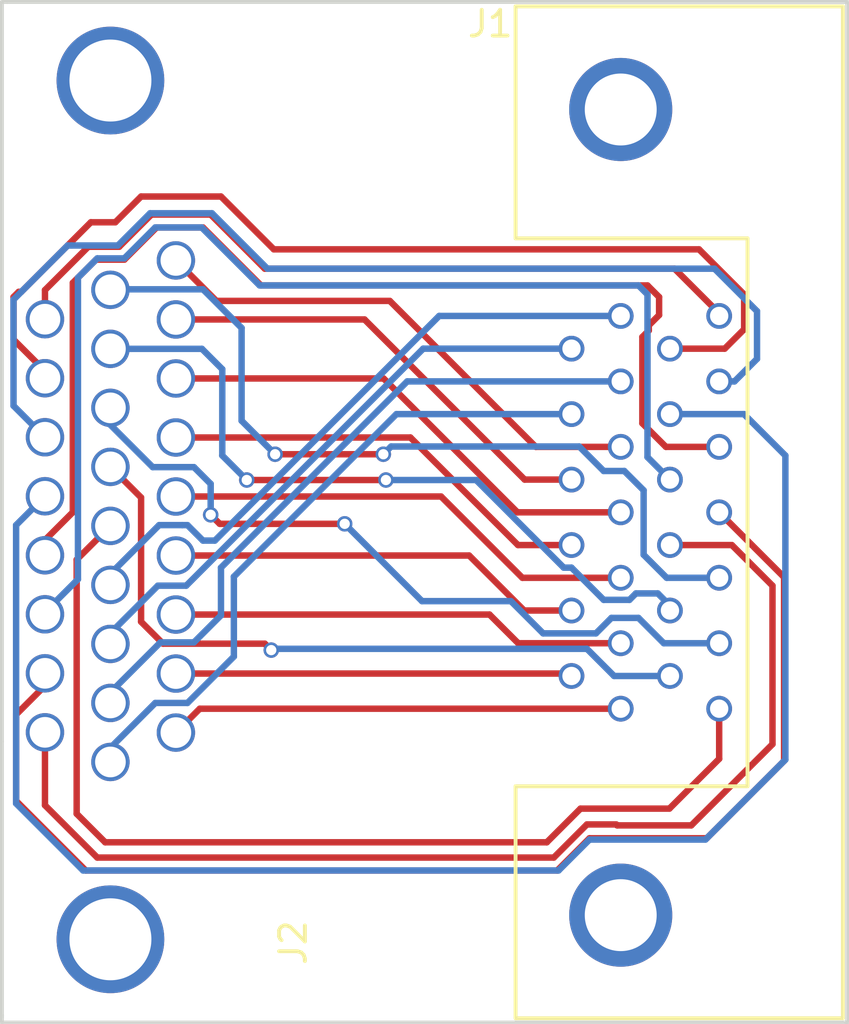
<source format=kicad_pcb>
(kicad_pcb (version 4) (host pcbnew 4.0.6)

  (general
    (links 26)
    (no_connects 0)
    (area 124.125 75.5286 159.306101 118.558601)
    (thickness 1.6)
    (drawings 12)
    (tracks 223)
    (zones 0)
    (modules 2)
    (nets 27)
  )

  (page A4)
  (layers
    (0 F.Cu signal)
    (31 B.Cu signal)
    (32 B.Adhes user)
    (33 F.Adhes user)
    (34 B.Paste user)
    (35 F.Paste user)
    (36 B.SilkS user)
    (37 F.SilkS user)
    (38 B.Mask user)
    (39 F.Mask user)
    (40 Dwgs.User user)
    (41 Cmts.User user)
    (42 Eco1.User user)
    (43 Eco2.User user)
    (44 Edge.Cuts user)
    (45 Margin user)
    (46 B.CrtYd user)
    (47 F.CrtYd user)
    (48 B.Fab user)
    (49 F.Fab user)
  )

  (setup
    (last_trace_width 0.25)
    (trace_clearance 0.2)
    (zone_clearance 0.508)
    (zone_45_only no)
    (trace_min 0.2)
    (segment_width 0.2)
    (edge_width 0.15)
    (via_size 0.6)
    (via_drill 0.4)
    (via_min_size 0.4)
    (via_min_drill 0.3)
    (uvia_size 0.3)
    (uvia_drill 0.1)
    (uvias_allowed no)
    (uvia_min_size 0.2)
    (uvia_min_drill 0.1)
    (pcb_text_width 0.3)
    (pcb_text_size 1.5 1.5)
    (mod_edge_width 0.15)
    (mod_text_size 1 1)
    (mod_text_width 0.15)
    (pad_size 1.524 1.524)
    (pad_drill 0.762)
    (pad_to_mask_clearance 0.2)
    (aux_axis_origin 0 0)
    (visible_elements 7FFFFFFF)
    (pcbplotparams
      (layerselection 0x00030_80000001)
      (usegerberextensions false)
      (excludeedgelayer true)
      (linewidth 0.100000)
      (plotframeref false)
      (viasonmask false)
      (mode 1)
      (useauxorigin false)
      (hpglpennumber 1)
      (hpglpenspeed 20)
      (hpglpendiameter 15)
      (hpglpenoverlay 2)
      (psnegative false)
      (psa4output false)
      (plotreference true)
      (plotvalue true)
      (plotinvisibletext false)
      (padsonsilk false)
      (subtractmaskfromsilk false)
      (outputformat 1)
      (mirror false)
      (drillshape 1)
      (scaleselection 1)
      (outputdirectory ""))
  )

  (net 0 "")
  (net 1 "Net-(J1-Pad2)")
  (net 2 "Net-(J1-Pad1)")
  (net 3 "Net-(J1-Pad4)")
  (net 4 "Net-(J1-Pad3)")
  (net 5 "Net-(J1-Pad15)")
  (net 6 "Net-(J1-Pad14)")
  (net 7 "Net-(J1-Pad6)")
  (net 8 "Net-(J1-Pad5)")
  (net 9 "Net-(J1-Pad17)")
  (net 10 "Net-(J1-Pad16)")
  (net 11 "Net-(J1-Pad8)")
  (net 12 "Net-(J1-Pad7)")
  (net 13 "Net-(J1-Pad19)")
  (net 14 "Net-(J1-Pad18)")
  (net 15 "Net-(J1-Pad10)")
  (net 16 "Net-(J1-Pad9)")
  (net 17 "Net-(J1-Pad21)")
  (net 18 "Net-(J1-Pad20)")
  (net 19 "Net-(J1-Pad12)")
  (net 20 "Net-(J1-Pad11)")
  (net 21 "Net-(J1-Pad23)")
  (net 22 "Net-(J1-Pad22)")
  (net 23 "Net-(J1-Pad13)")
  (net 24 "Net-(J1-Pad25)")
  (net 25 "Net-(J1-Pad24)")
  (net 26 "Net-(J1-Pad26)")

  (net_class Default "This is the default net class."
    (clearance 0.2)
    (trace_width 0.25)
    (via_dia 0.6)
    (via_drill 0.4)
    (uvia_dia 0.3)
    (uvia_drill 0.1)
    (add_net "Net-(J1-Pad1)")
    (add_net "Net-(J1-Pad10)")
    (add_net "Net-(J1-Pad11)")
    (add_net "Net-(J1-Pad12)")
    (add_net "Net-(J1-Pad13)")
    (add_net "Net-(J1-Pad14)")
    (add_net "Net-(J1-Pad15)")
    (add_net "Net-(J1-Pad16)")
    (add_net "Net-(J1-Pad17)")
    (add_net "Net-(J1-Pad18)")
    (add_net "Net-(J1-Pad19)")
    (add_net "Net-(J1-Pad2)")
    (add_net "Net-(J1-Pad20)")
    (add_net "Net-(J1-Pad21)")
    (add_net "Net-(J1-Pad22)")
    (add_net "Net-(J1-Pad23)")
    (add_net "Net-(J1-Pad24)")
    (add_net "Net-(J1-Pad25)")
    (add_net "Net-(J1-Pad26)")
    (add_net "Net-(J1-Pad3)")
    (add_net "Net-(J1-Pad4)")
    (add_net "Net-(J1-Pad5)")
    (add_net "Net-(J1-Pad6)")
    (add_net "Net-(J1-Pad7)")
    (add_net "Net-(J1-Pad8)")
    (add_net "Net-(J1-Pad9)")
  )

  (module MyConnectors:26PinDSUB_HD (layer F.Cu) (tedit 5989F38E) (tstamp 5988FC29)
    (at 133.15 107.2 90)
    (path /5988D117)
    (fp_text reference J2 (at -8.15 4.55 90) (layer F.SilkS)
      (effects (font (size 1 1) (thickness 0.15)))
    )
    (fp_text value CONN_01X26 (at -6.1 2.85 90) (layer F.Fab)
      (effects (font (size 1 1) (thickness 0.15)))
    )
    (pad 1 thru_hole circle (at 0 0 90) (size 1.49 1.49) (drill 1.19) (layers *.Cu *.Mask)
      (net 2 "Net-(J1-Pad1)"))
    (pad 2 thru_hole circle (at 2.29 0 90) (size 1.49 1.49) (drill 1.19) (layers *.Cu *.Mask)
      (net 1 "Net-(J1-Pad2)"))
    (pad 3 thru_hole circle (at 4.58 0 90) (size 1.49 1.49) (drill 1.19) (layers *.Cu *.Mask)
      (net 4 "Net-(J1-Pad3)"))
    (pad 4 thru_hole circle (at 6.87 0 90) (size 1.49 1.49) (drill 1.19) (layers *.Cu *.Mask)
      (net 3 "Net-(J1-Pad4)"))
    (pad 5 thru_hole circle (at 9.16 0 90) (size 1.49 1.49) (drill 1.19) (layers *.Cu *.Mask)
      (net 8 "Net-(J1-Pad5)"))
    (pad 6 thru_hole circle (at 11.45 0 90) (size 1.49 1.49) (drill 1.19) (layers *.Cu *.Mask)
      (net 7 "Net-(J1-Pad6)"))
    (pad 7 thru_hole circle (at 13.74 0 90) (size 1.49 1.49) (drill 1.19) (layers *.Cu *.Mask)
      (net 12 "Net-(J1-Pad7)"))
    (pad 8 thru_hole circle (at 16.03 0 90) (size 1.49 1.49) (drill 1.19) (layers *.Cu *.Mask)
      (net 11 "Net-(J1-Pad8)"))
    (pad 9 thru_hole circle (at 18.32 0 90) (size 1.49 1.49) (drill 1.19) (layers *.Cu *.Mask)
      (net 16 "Net-(J1-Pad9)"))
    (pad 10 thru_hole circle (at -1.14 -2.54 90) (size 1.49 1.49) (drill 1.19) (layers *.Cu *.Mask)
      (net 15 "Net-(J1-Pad10)"))
    (pad 11 thru_hole circle (at 1.15 -2.54 90) (size 1.49 1.49) (drill 1.19) (layers *.Cu *.Mask)
      (net 20 "Net-(J1-Pad11)"))
    (pad 12 thru_hole circle (at 3.44 -2.54 90) (size 1.49 1.49) (drill 1.19) (layers *.Cu *.Mask)
      (net 19 "Net-(J1-Pad12)"))
    (pad 13 thru_hole circle (at 5.73 -2.54 90) (size 1.49 1.49) (drill 1.19) (layers *.Cu *.Mask)
      (net 23 "Net-(J1-Pad13)"))
    (pad 14 thru_hole circle (at 8.02 -2.54 90) (size 1.49 1.49) (drill 1.19) (layers *.Cu *.Mask)
      (net 6 "Net-(J1-Pad14)"))
    (pad 15 thru_hole circle (at 10.31 -2.54 90) (size 1.49 1.49) (drill 1.19) (layers *.Cu *.Mask)
      (net 5 "Net-(J1-Pad15)"))
    (pad 16 thru_hole circle (at 12.6 -2.54 90) (size 1.49 1.49) (drill 1.19) (layers *.Cu *.Mask)
      (net 10 "Net-(J1-Pad16)"))
    (pad 17 thru_hole circle (at 14.89 -2.54 90) (size 1.49 1.49) (drill 1.19) (layers *.Cu *.Mask)
      (net 9 "Net-(J1-Pad17)"))
    (pad 18 thru_hole circle (at 17.18 -2.54 90) (size 1.49 1.49) (drill 1.19) (layers *.Cu *.Mask)
      (net 14 "Net-(J1-Pad18)"))
    (pad 19 thru_hole circle (at 0.01 -5.08 90) (size 1.49 1.49) (drill 1.19) (layers *.Cu *.Mask)
      (net 13 "Net-(J1-Pad19)"))
    (pad 20 thru_hole circle (at 2.3 -5.08 90) (size 1.49 1.49) (drill 1.19) (layers *.Cu *.Mask)
      (net 18 "Net-(J1-Pad20)"))
    (pad 21 thru_hole circle (at 4.59 -5.08 90) (size 1.49 1.49) (drill 1.19) (layers *.Cu *.Mask)
      (net 17 "Net-(J1-Pad21)"))
    (pad 22 thru_hole circle (at 6.88 -5.08 90) (size 1.49 1.49) (drill 1.19) (layers *.Cu *.Mask)
      (net 22 "Net-(J1-Pad22)"))
    (pad 23 thru_hole circle (at 9.17 -5.08 90) (size 1.49 1.49) (drill 1.19) (layers *.Cu *.Mask)
      (net 21 "Net-(J1-Pad23)"))
    (pad 24 thru_hole circle (at 11.46 -5.08 90) (size 1.49 1.49) (drill 1.19) (layers *.Cu *.Mask)
      (net 25 "Net-(J1-Pad24)"))
    (pad 25 thru_hole circle (at 13.75 -5.08 90) (size 1.49 1.49) (drill 1.19) (layers *.Cu *.Mask)
      (net 24 "Net-(J1-Pad25)"))
    (pad 26 thru_hole circle (at 16.04 -5.08 90) (size 1.49 1.49) (drill 1.19) (layers *.Cu *.Mask)
      (net 26 "Net-(J1-Pad26)"))
    (pad "" np_thru_hole circle (at -8.02 -2.54 90) (size 4.18 4.18) (drill 3.18) (layers *.Cu *.Mask))
    (pad "" np_thru_hole circle (at 25.3 -2.54 90) (size 4.18 4.18) (drill 3.18) (layers *.Cu *.Mask))
  )

  (module MyConnectors:MiniDRibbon26 (layer F.Cu) (tedit 5989F387) (tstamp 5988FC09)
    (at 148.5011 105.0036)
    (path /5988D155)
    (fp_text reference J1 (at -3.1511 -25.3036) (layer F.SilkS)
      (effects (font (size 1 1) (thickness 0.15)))
    )
    (fp_text value CONN_01X26 (at 9.3989 -20.8536 270) (layer F.Fab)
      (effects (font (size 1 1) (thickness 0.15)))
    )
    (fp_line (start 10.53 13.28) (end 10.53 -25.98) (layer F.SilkS) (width 0.15))
    (fp_line (start 6.83 -16.98) (end 6.83 4.28) (layer F.SilkS) (width 0.15))
    (fp_line (start -2.17 -16.98) (end 6.83 -16.98) (layer F.SilkS) (width 0.15))
    (fp_line (start -2.17 -25.98) (end 10.53 -25.98) (layer F.SilkS) (width 0.15))
    (fp_line (start -2.17 -25.98) (end -2.17 -16.98) (layer F.SilkS) (width 0.15))
    (fp_line (start -2.17 13.28) (end 10.53 13.28) (layer F.SilkS) (width 0.15))
    (fp_line (start -2.17 4.28) (end -2.17 13.28) (layer F.SilkS) (width 0.15))
    (fp_line (start -2.17 4.28) (end 6.83 4.28) (layer F.SilkS) (width 0.15))
    (pad "" np_thru_hole circle (at 1.91 -21.98) (size 4 4) (drill 2.79) (layers *.Cu *.Mask))
    (pad 2 thru_hole circle (at 0 0) (size 1 1) (drill 0.71) (layers *.Cu *.Mask)
      (net 1 "Net-(J1-Pad2)"))
    (pad 1 thru_hole circle (at 1.91 1.27) (size 1 1) (drill 0.71) (layers *.Cu *.Mask)
      (net 2 "Net-(J1-Pad1)"))
    (pad 4 thru_hole circle (at 0 -2.54) (size 1 1) (drill 0.71) (layers *.Cu *.Mask)
      (net 3 "Net-(J1-Pad4)"))
    (pad 3 thru_hole circle (at 1.91 -1.27) (size 1 1) (drill 0.71) (layers *.Cu *.Mask)
      (net 4 "Net-(J1-Pad3)"))
    (pad 15 thru_hole circle (at 3.82 0) (size 1 1) (drill 0.71) (layers *.Cu *.Mask)
      (net 5 "Net-(J1-Pad15)"))
    (pad 14 thru_hole circle (at 5.73 1.27) (size 1 1) (drill 0.71) (layers *.Cu *.Mask)
      (net 6 "Net-(J1-Pad14)"))
    (pad 6 thru_hole circle (at 0 -5.08) (size 1 1) (drill 0.71) (layers *.Cu *.Mask)
      (net 7 "Net-(J1-Pad6)"))
    (pad 5 thru_hole circle (at 1.91 -3.81) (size 1 1) (drill 0.71) (layers *.Cu *.Mask)
      (net 8 "Net-(J1-Pad5)"))
    (pad 17 thru_hole circle (at 3.82 -2.54) (size 1 1) (drill 0.71) (layers *.Cu *.Mask)
      (net 9 "Net-(J1-Pad17)"))
    (pad 16 thru_hole circle (at 5.73 -1.27) (size 1 1) (drill 0.71) (layers *.Cu *.Mask)
      (net 10 "Net-(J1-Pad16)"))
    (pad 8 thru_hole circle (at 0 -7.62) (size 1 1) (drill 0.71) (layers *.Cu *.Mask)
      (net 11 "Net-(J1-Pad8)"))
    (pad 7 thru_hole circle (at 1.91 -6.35) (size 1 1) (drill 0.71) (layers *.Cu *.Mask)
      (net 12 "Net-(J1-Pad7)"))
    (pad 19 thru_hole circle (at 3.82 -5.08) (size 1 1) (drill 0.71) (layers *.Cu *.Mask)
      (net 13 "Net-(J1-Pad19)"))
    (pad 18 thru_hole circle (at 5.73 -3.81) (size 1 1) (drill 0.71) (layers *.Cu *.Mask)
      (net 14 "Net-(J1-Pad18)"))
    (pad 10 thru_hole circle (at 0 -10.16) (size 1 1) (drill 0.71) (layers *.Cu *.Mask)
      (net 15 "Net-(J1-Pad10)"))
    (pad 9 thru_hole circle (at 1.91 -8.89) (size 1 1) (drill 0.71) (layers *.Cu *.Mask)
      (net 16 "Net-(J1-Pad9)"))
    (pad 21 thru_hole circle (at 3.82 -7.62) (size 1 1) (drill 0.71) (layers *.Cu *.Mask)
      (net 17 "Net-(J1-Pad21)"))
    (pad 20 thru_hole circle (at 5.73 -6.35) (size 1 1) (drill 0.71) (layers *.Cu *.Mask)
      (net 18 "Net-(J1-Pad20)"))
    (pad 12 thru_hole circle (at 0 -12.7) (size 1 1) (drill 0.71) (layers *.Cu *.Mask)
      (net 19 "Net-(J1-Pad12)"))
    (pad 11 thru_hole circle (at 1.91 -11.43) (size 1 1) (drill 0.71) (layers *.Cu *.Mask)
      (net 20 "Net-(J1-Pad11)"))
    (pad 23 thru_hole circle (at 3.82 -10.16) (size 1 1) (drill 0.71) (layers *.Cu *.Mask)
      (net 21 "Net-(J1-Pad23)"))
    (pad 22 thru_hole circle (at 5.73 -8.89) (size 1 1) (drill 0.71) (layers *.Cu *.Mask)
      (net 22 "Net-(J1-Pad22)"))
    (pad 13 thru_hole circle (at 1.91 -13.97) (size 1 1) (drill 0.71) (layers *.Cu *.Mask)
      (net 23 "Net-(J1-Pad13)"))
    (pad 25 thru_hole circle (at 3.82 -12.7) (size 1 1) (drill 0.71) (layers *.Cu *.Mask)
      (net 24 "Net-(J1-Pad25)"))
    (pad 24 thru_hole circle (at 5.73 -11.43) (size 1 1) (drill 0.71) (layers *.Cu *.Mask)
      (net 25 "Net-(J1-Pad24)"))
    (pad 26 thru_hole circle (at 5.73 -13.97) (size 1 1) (drill 0.71) (layers *.Cu *.Mask)
      (net 26 "Net-(J1-Pad26)"))
    (pad "" np_thru_hole circle (at 1.91 9.28) (size 4 4) (drill 2.79) (layers *.Cu *.Mask))
  )

  (gr_line (start 126.4 118.25) (end 126.4 118.15) (angle 90) (layer Edge.Cuts) (width 0.15))
  (gr_line (start 126.4 118.45) (end 126.4 118.25) (angle 90) (layer Edge.Cuts) (width 0.15))
  (gr_line (start 126.4 78.85) (end 126.4 78.9) (angle 90) (layer Edge.Cuts) (width 0.15))
  (gr_line (start 159.2 118.45) (end 159.2 78.85) (angle 90) (layer Edge.Cuts) (width 0.15))
  (gr_line (start 159.15 118.45) (end 159.2 118.45) (angle 90) (layer Edge.Cuts) (width 0.15))
  (gr_line (start 159.2 78.85) (end 159.2 78.95) (angle 90) (layer Edge.Cuts) (width 0.15))
  (gr_line (start 159.15 78.85) (end 159.2 78.85) (angle 90) (layer Edge.Cuts) (width 0.15))
  (gr_line (start 126.4 118.45) (end 159.15 118.45) (angle 90) (layer Edge.Cuts) (width 0.15))
  (gr_line (start 126.4 107.55) (end 126.4 118.2) (angle 90) (layer Edge.Cuts) (width 0.15))
  (gr_line (start 126.4 78.9) (end 126.4 107.55) (angle 90) (layer Edge.Cuts) (width 0.15))
  (gr_line (start 126.6 78.85) (end 126.4 78.85) (angle 90) (layer Edge.Cuts) (width 0.15))
  (gr_line (start 159.15 78.85) (end 126.6 78.85) (angle 90) (layer Edge.Cuts) (width 0.15))

  (segment (start 133.15 104.91) (end 148.4075 104.91) (width 0.25) (layer F.Cu) (net 1))
  (segment (start 148.4075 104.91) (end 148.5011 105.0036) (width 0.25) (layer F.Cu) (net 1) (tstamp 5989E2B6))
  (segment (start 150.4111 106.2736) (end 134.0764 106.2736) (width 0.25) (layer F.Cu) (net 2))
  (segment (start 134.0764 106.2736) (end 133.15 107.2) (width 0.25) (layer F.Cu) (net 2) (tstamp 5989E2B9))
  (segment (start 133.15 100.33) (end 144.53 100.33) (width 0.25) (layer F.Cu) (net 3))
  (segment (start 146.6636 102.4636) (end 148.5011 102.4636) (width 0.25) (layer F.Cu) (net 3) (tstamp 5989E2AC))
  (segment (start 144.53 100.33) (end 146.6636 102.4636) (width 0.25) (layer F.Cu) (net 3) (tstamp 5989E2AA))
  (segment (start 150.4111 103.7336) (end 146.4336 103.7336) (width 0.25) (layer F.Cu) (net 4))
  (segment (start 145.32 102.62) (end 133.15 102.62) (width 0.25) (layer F.Cu) (net 4) (tstamp 5989E2B2))
  (segment (start 146.4336 103.7336) (end 145.32 102.62) (width 0.25) (layer F.Cu) (net 4) (tstamp 5989E2B0))
  (segment (start 131.8 98.08) (end 130.61 96.89) (width 0.25) (layer F.Cu) (net 5) (tstamp 5989E387))
  (segment (start 131.8 102.9) (end 131.8 98.08) (width 0.25) (layer F.Cu) (net 5) (tstamp 5989E384))
  (segment (start 132.65 103.75) (end 131.8 102.9) (width 0.25) (layer F.Cu) (net 5) (tstamp 5989E382))
  (segment (start 136.6 103.75) (end 132.65 103.75) (width 0.25) (layer F.Cu) (net 5) (tstamp 5989E380))
  (segment (start 136.85 104) (end 136.6 103.75) (width 0.25) (layer F.Cu) (net 5) (tstamp 5989E37F))
  (via (at 136.85 104) (size 0.6) (drill 0.4) (layers F.Cu B.Cu) (net 5))
  (segment (start 136.9 103.95) (end 136.85 104) (width 0.25) (layer B.Cu) (net 5) (tstamp 5989E375))
  (segment (start 149.1 103.95) (end 136.9 103.95) (width 0.25) (layer B.Cu) (net 5) (tstamp 5989E374))
  (segment (start 150.1536 105.0036) (end 149.1 103.95) (width 0.25) (layer B.Cu) (net 5) (tstamp 5989E372))
  (segment (start 152.3211 105.0036) (end 150.1536 105.0036) (width 0.25) (layer B.Cu) (net 5))
  (segment (start 154.2311 106.2736) (end 154.2311 108.2189) (width 0.25) (layer F.Cu) (net 6))
  (segment (start 129.3 100.49) (end 130.61 99.18) (width 0.25) (layer F.Cu) (net 6) (tstamp 5989E367))
  (segment (start 129.3 110.35) (end 129.3 100.49) (width 0.25) (layer F.Cu) (net 6) (tstamp 5989E365))
  (segment (start 130.406801 111.456801) (end 129.3 110.35) (width 0.25) (layer F.Cu) (net 6) (tstamp 5989E363))
  (segment (start 147.543197 111.456801) (end 130.406801 111.456801) (width 0.25) (layer F.Cu) (net 6) (tstamp 5989E35F))
  (segment (start 148.849998 110.15) (end 147.543197 111.456801) (width 0.25) (layer F.Cu) (net 6) (tstamp 5989E35D))
  (segment (start 152.3 110.15) (end 148.849998 110.15) (width 0.25) (layer F.Cu) (net 6) (tstamp 5989E35B))
  (segment (start 154.2311 108.2189) (end 152.3 110.15) (width 0.25) (layer F.Cu) (net 6) (tstamp 5989E357))
  (segment (start 148.5011 99.9236) (end 146.4236 99.9236) (width 0.25) (layer F.Cu) (net 7))
  (segment (start 142.25 95.75) (end 133.15 95.75) (width 0.25) (layer F.Cu) (net 7) (tstamp 5989E2A0))
  (segment (start 146.4236 99.9236) (end 142.25 95.75) (width 0.25) (layer F.Cu) (net 7) (tstamp 5989E29E))
  (segment (start 133.15 98.04) (end 143.44 98.04) (width 0.25) (layer F.Cu) (net 8))
  (segment (start 146.5936 101.1936) (end 150.4111 101.1936) (width 0.25) (layer F.Cu) (net 8) (tstamp 5989E2A6))
  (segment (start 143.44 98.04) (end 146.5936 101.1936) (width 0.25) (layer F.Cu) (net 8) (tstamp 5989E2A4))
  (segment (start 152.3211 102.4636) (end 152.3211 102.2711) (width 0.25) (layer B.Cu) (net 9) (status C00000))
  (segment (start 152.3211 102.2711) (end 151.85 101.8) (width 0.25) (layer B.Cu) (net 9) (tstamp 5989E4FC) (status 400000))
  (segment (start 151.85 101.8) (end 151 101.8) (width 0.25) (layer B.Cu) (net 9) (tstamp 5989E4FD))
  (segment (start 151 101.8) (end 150.75 102.05) (width 0.25) (layer B.Cu) (net 9) (tstamp 5989E4FE))
  (segment (start 150.75 102.05) (end 149.75 102.05) (width 0.25) (layer B.Cu) (net 9) (tstamp 5989E501))
  (segment (start 149.75 102.05) (end 148.5 100.8) (width 0.25) (layer B.Cu) (net 9) (tstamp 5989E503))
  (segment (start 148.5 100.8) (end 148.2 100.8) (width 0.25) (layer B.Cu) (net 9) (tstamp 5989E505))
  (segment (start 148.2 100.8) (end 144.8 97.4) (width 0.25) (layer B.Cu) (net 9) (tstamp 5989E50A))
  (segment (start 144.8 97.4) (end 141.3 97.4) (width 0.25) (layer B.Cu) (net 9) (tstamp 5989E50D))
  (via (at 141.3 97.4) (size 0.6) (drill 0.4) (layers F.Cu B.Cu) (net 9))
  (segment (start 141.3 97.4) (end 135.9 97.4) (width 0.25) (layer F.Cu) (net 9) (tstamp 5989E515))
  (via (at 135.9 97.4) (size 0.6) (drill 0.4) (layers F.Cu B.Cu) (net 9))
  (segment (start 135.9 97.4) (end 134.95 96.45) (width 0.25) (layer B.Cu) (net 9) (tstamp 5989E518))
  (segment (start 134.95 96.45) (end 134.95 93.1) (width 0.25) (layer B.Cu) (net 9) (tstamp 5989E519))
  (segment (start 134.95 93.1) (end 134.16 92.31) (width 0.25) (layer B.Cu) (net 9) (tstamp 5989E51A))
  (segment (start 134.16 92.31) (end 130.61 92.31) (width 0.25) (layer B.Cu) (net 9) (tstamp 5989E51B) (status 800000))
  (segment (start 130.61 94.6) (end 130.61 95.26) (width 0.25) (layer B.Cu) (net 10) (status C00000))
  (segment (start 130.61 95.26) (end 132.25 96.9) (width 0.25) (layer B.Cu) (net 10) (tstamp 5989E570) (status 400000))
  (segment (start 132.25 96.9) (end 133.85 96.9) (width 0.25) (layer B.Cu) (net 10) (tstamp 5989E572))
  (segment (start 133.85 96.9) (end 134.5 97.55) (width 0.25) (layer B.Cu) (net 10) (tstamp 5989E577))
  (segment (start 134.5 97.55) (end 134.5 98.75) (width 0.25) (layer B.Cu) (net 10) (tstamp 5989E579))
  (via (at 134.5 98.75) (size 0.6) (drill 0.4) (layers F.Cu B.Cu) (net 10))
  (segment (start 134.5 98.75) (end 134.85 99.1) (width 0.25) (layer F.Cu) (net 10) (tstamp 5989E57D))
  (segment (start 134.85 99.1) (end 139.7 99.1) (width 0.25) (layer F.Cu) (net 10) (tstamp 5989E57E))
  (via (at 139.7 99.1) (size 0.6) (drill 0.4) (layers F.Cu B.Cu) (net 10))
  (segment (start 139.7 99.1) (end 142.7 102.1) (width 0.25) (layer B.Cu) (net 10) (tstamp 5989E583))
  (segment (start 142.7 102.1) (end 146.15 102.1) (width 0.25) (layer B.Cu) (net 10) (tstamp 5989E584))
  (segment (start 146.15 102.1) (end 147.4 103.35) (width 0.25) (layer B.Cu) (net 10) (tstamp 5989E586))
  (segment (start 147.4 103.35) (end 149.45 103.35) (width 0.25) (layer B.Cu) (net 10) (tstamp 5989E588))
  (segment (start 149.45 103.35) (end 150.05 102.75) (width 0.25) (layer B.Cu) (net 10) (tstamp 5989E58A))
  (segment (start 150.05 102.75) (end 151.1 102.75) (width 0.25) (layer B.Cu) (net 10) (tstamp 5989E58B))
  (segment (start 151.1 102.75) (end 152.0836 103.7336) (width 0.25) (layer B.Cu) (net 10) (tstamp 5989E58D))
  (segment (start 152.0836 103.7336) (end 154.2311 103.7336) (width 0.25) (layer B.Cu) (net 10) (tstamp 5989E590) (status 800000))
  (segment (start 133.15 91.17) (end 140.47 91.17) (width 0.25) (layer F.Cu) (net 11))
  (segment (start 146.6836 97.3836) (end 148.5011 97.3836) (width 0.25) (layer F.Cu) (net 11) (tstamp 5989E294))
  (segment (start 140.47 91.17) (end 146.6836 97.3836) (width 0.25) (layer F.Cu) (net 11) (tstamp 5989E290))
  (segment (start 133.15 93.46) (end 141.21 93.46) (width 0.25) (layer F.Cu) (net 12))
  (segment (start 146.4036 98.6536) (end 150.4111 98.6536) (width 0.25) (layer F.Cu) (net 12) (tstamp 5989E29A))
  (segment (start 141.21 93.46) (end 146.4036 98.6536) (width 0.25) (layer F.Cu) (net 12) (tstamp 5989E298))
  (segment (start 128.07 107.19) (end 128.07 110.02) (width 0.25) (layer F.Cu) (net 13))
  (segment (start 154.7236 99.9236) (end 152.3211 99.9236) (width 0.25) (layer F.Cu) (net 13) (tstamp 5989E1D4))
  (segment (start 156.299998 101.499998) (end 154.7236 99.9236) (width 0.25) (layer F.Cu) (net 13) (tstamp 5989E1D1))
  (segment (start 156.299998 107.65) (end 156.299998 101.499998) (width 0.25) (layer F.Cu) (net 13) (tstamp 5989E1CF))
  (segment (start 153.149998 110.8) (end 156.299998 107.65) (width 0.25) (layer F.Cu) (net 13) (tstamp 5989E1CA))
  (segment (start 150.272796 110.8) (end 153.149998 110.8) (width 0.25) (layer F.Cu) (net 13) (tstamp 5989E1C6))
  (segment (start 150.236398 110.763602) (end 150.272796 110.8) (width 0.25) (layer F.Cu) (net 13) (tstamp 5989E1C5))
  (segment (start 149.1 110.763602) (end 150.236398 110.763602) (width 0.25) (layer F.Cu) (net 13) (tstamp 5989E1C4))
  (segment (start 147.813602 112.05) (end 149.1 110.763602) (width 0.25) (layer F.Cu) (net 13) (tstamp 5989E1C3))
  (segment (start 130.1 112.05) (end 147.813602 112.05) (width 0.25) (layer F.Cu) (net 13) (tstamp 5989E1C1))
  (segment (start 128.07 110.02) (end 130.1 112.05) (width 0.25) (layer F.Cu) (net 13) (tstamp 5989E1BE))
  (segment (start 154.2311 101.1936) (end 152.1936 101.1936) (width 0.25) (layer B.Cu) (net 14) (status 400000))
  (segment (start 134.2 90) (end 130.63 90) (width 0.25) (layer B.Cu) (net 14) (tstamp 5989E4B5) (status 800000))
  (segment (start 135.7 91.5) (end 134.2 90) (width 0.25) (layer B.Cu) (net 14) (tstamp 5989E4B3))
  (segment (start 135.7 95.1) (end 135.7 91.5) (width 0.25) (layer B.Cu) (net 14) (tstamp 5989E4B0))
  (segment (start 137 96.4) (end 135.7 95.1) (width 0.25) (layer B.Cu) (net 14) (tstamp 5989E4AF))
  (via (at 137 96.4) (size 0.6) (drill 0.4) (layers F.Cu B.Cu) (net 14))
  (segment (start 141.2 96.4) (end 137 96.4) (width 0.25) (layer F.Cu) (net 14) (tstamp 5989E4AA))
  (via (at 141.2 96.4) (size 0.6) (drill 0.4) (layers F.Cu B.Cu) (net 14))
  (segment (start 141.5 96.1) (end 141.2 96.4) (width 0.25) (layer B.Cu) (net 14) (tstamp 5989E49C))
  (segment (start 148.8 96.1) (end 141.5 96.1) (width 0.25) (layer B.Cu) (net 14) (tstamp 5989E497))
  (segment (start 149.75 97.05) (end 148.8 96.1) (width 0.25) (layer B.Cu) (net 14) (tstamp 5989E495))
  (segment (start 150.55 97.05) (end 149.75 97.05) (width 0.25) (layer B.Cu) (net 14) (tstamp 5989E493))
  (segment (start 151.3 97.8) (end 150.55 97.05) (width 0.25) (layer B.Cu) (net 14) (tstamp 5989E48C))
  (segment (start 151.3 100.3) (end 151.3 97.8) (width 0.25) (layer B.Cu) (net 14) (tstamp 5989E489))
  (segment (start 152.1936 101.1936) (end 151.3 100.3) (width 0.25) (layer B.Cu) (net 14) (tstamp 5989E487))
  (segment (start 130.63 90) (end 130.61 90.02) (width 0.25) (layer B.Cu) (net 14) (tstamp 5989E4B7) (status C00000))
  (segment (start 130.61 108.34) (end 130.61 107.79) (width 0.25) (layer B.Cu) (net 15))
  (segment (start 130.61 107.79) (end 132.35 106.05) (width 0.25) (layer B.Cu) (net 15) (tstamp 5989E327))
  (segment (start 132.35 106.05) (end 133.6 106.05) (width 0.25) (layer B.Cu) (net 15) (tstamp 5989E329))
  (segment (start 133.6 106.05) (end 135.4 104.25) (width 0.25) (layer B.Cu) (net 15) (tstamp 5989E32D))
  (segment (start 135.4 104.25) (end 135.4 101.15) (width 0.25) (layer B.Cu) (net 15) (tstamp 5989E335))
  (segment (start 135.4 101.15) (end 141.7064 94.8436) (width 0.25) (layer B.Cu) (net 15) (tstamp 5989E33C))
  (segment (start 141.7064 94.8436) (end 148.5011 94.8436) (width 0.25) (layer B.Cu) (net 15) (tstamp 5989E340))
  (segment (start 150.4111 96.1136) (end 147.1136 96.1136) (width 0.25) (layer F.Cu) (net 16))
  (segment (start 134.72 90.45) (end 133.15 88.88) (width 0.25) (layer F.Cu) (net 16) (tstamp 5989E288))
  (segment (start 141.45 90.45) (end 134.72 90.45) (width 0.25) (layer F.Cu) (net 16) (tstamp 5989E284))
  (segment (start 147.1136 96.1136) (end 141.45 90.45) (width 0.25) (layer F.Cu) (net 16) (tstamp 5989E283))
  (segment (start 128.07 102.61) (end 128.07 102.53) (width 0.25) (layer B.Cu) (net 17))
  (segment (start 128.07 102.53) (end 129.35 101.25) (width 0.25) (layer B.Cu) (net 17) (tstamp 5989E167))
  (segment (start 129.35 101.25) (end 129.35 89.55) (width 0.25) (layer B.Cu) (net 17) (tstamp 5989E168))
  (segment (start 129.35 89.55) (end 130.1 88.8) (width 0.25) (layer B.Cu) (net 17) (tstamp 5989E16B))
  (segment (start 130.1 88.8) (end 131.15 88.8) (width 0.25) (layer B.Cu) (net 17) (tstamp 5989E16F))
  (segment (start 131.15 88.8) (end 132.35 87.6) (width 0.25) (layer B.Cu) (net 17) (tstamp 5989E171))
  (segment (start 132.35 87.6) (end 134.15 87.6) (width 0.25) (layer B.Cu) (net 17) (tstamp 5989E172))
  (segment (start 134.15 87.6) (end 136.4 89.85) (width 0.25) (layer B.Cu) (net 17) (tstamp 5989E176))
  (segment (start 136.4 89.85) (end 151.1 89.85) (width 0.25) (layer B.Cu) (net 17) (tstamp 5989E178))
  (segment (start 151.1 89.85) (end 151.45 90.2) (width 0.25) (layer B.Cu) (net 17) (tstamp 5989E17C))
  (segment (start 151.45 90.2) (end 151.45 96.5125) (width 0.25) (layer B.Cu) (net 17) (tstamp 5989E17D))
  (segment (start 151.45 96.5125) (end 152.3211 97.3836) (width 0.25) (layer B.Cu) (net 17) (tstamp 5989E180))
  (segment (start 128.07 104.9) (end 128.07 105.38) (width 0.25) (layer F.Cu) (net 18) (status C00000))
  (segment (start 128.07 105.38) (end 126.95 106.5) (width 0.25) (layer F.Cu) (net 18) (tstamp 5989E682) (status 400000))
  (segment (start 126.95 109.85) (end 129.65 112.55) (width 0.25) (layer F.Cu) (net 18) (tstamp 5989E68D))
  (segment (start 126.95 106.5) (end 126.95 109.85) (width 0.25) (layer F.Cu) (net 18) (tstamp 5989E685))
  (segment (start 128.07 104.9) (end 127.6 104.9) (width 0.25) (layer F.Cu) (net 18))
  (segment (start 129.65 112.55) (end 147.95 112.55) (width 0.25) (layer F.Cu) (net 18) (tstamp 5989E1AA))
  (segment (start 147.95 112.55) (end 149.2 111.3) (width 0.25) (layer F.Cu) (net 18) (tstamp 5989E1AC))
  (segment (start 149.2 111.3) (end 153.75 111.3) (width 0.25) (layer F.Cu) (net 18) (tstamp 5989E1AE))
  (segment (start 153.75 111.3) (end 156.75 108.3) (width 0.25) (layer F.Cu) (net 18) (tstamp 5989E1B1))
  (segment (start 156.75 108.3) (end 156.75 101.1725) (width 0.25) (layer F.Cu) (net 18) (tstamp 5989E1B3))
  (segment (start 156.75 101.1725) (end 154.2311 98.6536) (width 0.25) (layer F.Cu) (net 18) (tstamp 5989E1B7))
  (segment (start 130.61 103.76) (end 130.61 103.34) (width 0.25) (layer B.Cu) (net 19))
  (segment (start 130.61 103.34) (end 132.45 101.5) (width 0.25) (layer B.Cu) (net 19) (tstamp 5989E2FB))
  (segment (start 132.45 101.5) (end 133.55 101.5) (width 0.25) (layer B.Cu) (net 19) (tstamp 5989E2FC))
  (segment (start 133.55 101.5) (end 142.7464 92.3036) (width 0.25) (layer B.Cu) (net 19) (tstamp 5989E301))
  (segment (start 142.7464 92.3036) (end 148.5011 92.3036) (width 0.25) (layer B.Cu) (net 19) (tstamp 5989E305))
  (segment (start 130.61 106.05) (end 130.61 105.64) (width 0.25) (layer B.Cu) (net 20))
  (segment (start 130.61 105.64) (end 132.55 103.7) (width 0.25) (layer B.Cu) (net 20) (tstamp 5989E317))
  (segment (start 132.55 103.7) (end 133.85 103.7) (width 0.25) (layer B.Cu) (net 20) (tstamp 5989E318))
  (segment (start 133.85 103.7) (end 134.9 102.65) (width 0.25) (layer B.Cu) (net 20) (tstamp 5989E31C))
  (segment (start 134.9 102.65) (end 134.9 100.8) (width 0.25) (layer B.Cu) (net 20) (tstamp 5989E31E))
  (segment (start 134.9 100.8) (end 142.1264 93.5736) (width 0.25) (layer B.Cu) (net 20) (tstamp 5989E320))
  (segment (start 142.1264 93.5736) (end 150.4111 93.5736) (width 0.25) (layer B.Cu) (net 20) (tstamp 5989E323))
  (segment (start 152.3211 94.8436) (end 155.1936 94.8436) (width 0.25) (layer B.Cu) (net 21) (status 400000))
  (segment (start 126.95 99.15) (end 128.07 98.03) (width 0.25) (layer B.Cu) (net 21) (tstamp 5989E6EB) (status 800000))
  (segment (start 126.95 109.95) (end 126.95 99.15) (width 0.25) (layer B.Cu) (net 21) (tstamp 5989E6E7))
  (segment (start 129.55 112.55) (end 126.95 109.95) (width 0.25) (layer B.Cu) (net 21) (tstamp 5989E6E4))
  (segment (start 148 112.55) (end 129.55 112.55) (width 0.25) (layer B.Cu) (net 21) (tstamp 5989E6DF))
  (segment (start 149.2 111.35) (end 148 112.55) (width 0.25) (layer B.Cu) (net 21) (tstamp 5989E6DD))
  (segment (start 153.7 111.35) (end 149.2 111.35) (width 0.25) (layer B.Cu) (net 21) (tstamp 5989E6DB))
  (segment (start 156.8 108.25) (end 153.7 111.35) (width 0.25) (layer B.Cu) (net 21) (tstamp 5989E6D9))
  (segment (start 156.8 96.45) (end 156.8 108.25) (width 0.25) (layer B.Cu) (net 21) (tstamp 5989E6D2))
  (segment (start 155.1936 94.8436) (end 156.8 96.45) (width 0.25) (layer B.Cu) (net 21) (tstamp 5989E6D1))
  (segment (start 128.07 97.52) (end 128.07 98.03) (width 0.25) (layer B.Cu) (net 21) (tstamp 5989E249))
  (segment (start 128.07 100.32) (end 128.07 99.73) (width 0.25) (layer F.Cu) (net 22))
  (segment (start 128.07 99.73) (end 129.15 98.65) (width 0.25) (layer F.Cu) (net 22) (tstamp 5989E0DB))
  (segment (start 129.15 98.65) (end 129.15 89.750002) (width 0.25) (layer F.Cu) (net 22) (tstamp 5989E0E4))
  (segment (start 129.15 89.750002) (end 130.050002 88.85) (width 0.25) (layer F.Cu) (net 22) (tstamp 5989E0E9))
  (segment (start 130.050002 88.85) (end 131.15 88.85) (width 0.25) (layer F.Cu) (net 22) (tstamp 5989E0EB))
  (segment (start 131.15 88.85) (end 132.4 87.6) (width 0.25) (layer F.Cu) (net 22) (tstamp 5989E0F0))
  (segment (start 132.4 87.6) (end 134.2 87.6) (width 0.25) (layer F.Cu) (net 22) (tstamp 5989E0F3))
  (segment (start 134.2 87.6) (end 136.45 89.85) (width 0.25) (layer F.Cu) (net 22) (tstamp 5989E0F5))
  (segment (start 136.45 89.85) (end 151.45 89.85) (width 0.25) (layer F.Cu) (net 22) (tstamp 5989E0F7))
  (segment (start 151.45 89.85) (end 151.9 90.3) (width 0.25) (layer F.Cu) (net 22) (tstamp 5989E0FC))
  (segment (start 151.9 90.3) (end 151.9 91) (width 0.25) (layer F.Cu) (net 22) (tstamp 5989E0FD))
  (segment (start 151.9 91) (end 151.5 91.4) (width 0.25) (layer F.Cu) (net 22) (tstamp 5989E0FE))
  (segment (start 151.5 91.4) (end 151.5 91.6) (width 0.25) (layer F.Cu) (net 22) (tstamp 5989E0FF))
  (segment (start 151.5 91.6) (end 151.25 91.85) (width 0.25) (layer F.Cu) (net 22) (tstamp 5989E141))
  (segment (start 151.25 91.85) (end 151.25 95.2) (width 0.25) (layer F.Cu) (net 22) (tstamp 5989E146))
  (segment (start 151.25 95.2) (end 152.1636 96.1136) (width 0.25) (layer F.Cu) (net 22) (tstamp 5989E147))
  (segment (start 152.1636 96.1136) (end 154.2311 96.1136) (width 0.25) (layer F.Cu) (net 22) (tstamp 5989E14A))
  (segment (start 133.4 99.15) (end 133.6 99.15) (width 0.25) (layer B.Cu) (net 23))
  (segment (start 135.256801 99.156801) (end 135.256801 99.15) (width 0.25) (layer B.Cu) (net 23) (tstamp 5989E54A))
  (segment (start 134.663602 99.75) (end 135.256801 99.156801) (width 0.25) (layer B.Cu) (net 23) (tstamp 5989E547))
  (segment (start 134.2 99.75) (end 134.663602 99.75) (width 0.25) (layer B.Cu) (net 23) (tstamp 5989E546))
  (segment (start 133.6 99.15) (end 134.2 99.75) (width 0.25) (layer B.Cu) (net 23) (tstamp 5989E545))
  (segment (start 130.61 101.47) (end 130.61 101.04) (width 0.25) (layer B.Cu) (net 23))
  (segment (start 130.61 101.04) (end 132.5 99.15) (width 0.25) (layer B.Cu) (net 23) (tstamp 5989E2DC))
  (segment (start 132.5 99.15) (end 133.4 99.15) (width 0.25) (layer B.Cu) (net 23) (tstamp 5989E2DD))
  (segment (start 135.256801 99.15) (end 135.25 99.15) (width 0.25) (layer B.Cu) (net 23) (tstamp 5989E54B))
  (segment (start 135.25 99.15) (end 143.3664 91.0336) (width 0.25) (layer B.Cu) (net 23) (tstamp 5989E2DE))
  (segment (start 143.3664 91.0336) (end 150.4111 91.0336) (width 0.25) (layer B.Cu) (net 23) (tstamp 5989E2DF))
  (segment (start 152.3211 92.3036) (end 154.4464 92.3036) (width 0.25) (layer F.Cu) (net 24))
  (segment (start 126.85 91.95) (end 128.07 93.17) (width 0.25) (layer F.Cu) (net 24) (tstamp 5989E05B))
  (segment (start 126.85 90.3) (end 126.85 91.95) (width 0.25) (layer F.Cu) (net 24) (tstamp 5989E05A))
  (segment (start 127.05 90.1) (end 126.85 90.3) (width 0.25) (layer F.Cu) (net 24) (tstamp 5989E057))
  (segment (start 127.15 90.1) (end 127.05 90.1) (width 0.25) (layer F.Cu) (net 24) (tstamp 5989E055))
  (segment (start 129.85 87.4) (end 127.15 90.1) (width 0.25) (layer F.Cu) (net 24) (tstamp 5989E052))
  (segment (start 130.8 87.4) (end 129.85 87.4) (width 0.25) (layer F.Cu) (net 24) (tstamp 5989E050))
  (segment (start 131.8 86.4) (end 130.8 87.4) (width 0.25) (layer F.Cu) (net 24) (tstamp 5989E04E))
  (segment (start 134.9 86.4) (end 131.8 86.4) (width 0.25) (layer F.Cu) (net 24) (tstamp 5989E04D))
  (segment (start 136.95 88.45) (end 134.9 86.4) (width 0.25) (layer F.Cu) (net 24) (tstamp 5989E04C))
  (segment (start 153.45 88.45) (end 136.95 88.45) (width 0.25) (layer F.Cu) (net 24) (tstamp 5989E04A))
  (segment (start 155.2 90.2) (end 153.45 88.45) (width 0.25) (layer F.Cu) (net 24) (tstamp 5989E048))
  (segment (start 155.2 91.55) (end 155.2 90.2) (width 0.25) (layer F.Cu) (net 24) (tstamp 5989E047))
  (segment (start 154.4464 92.3036) (end 155.2 91.55) (width 0.25) (layer F.Cu) (net 24) (tstamp 5989E045))
  (segment (start 128.07 93.17) (end 128.07 93.45) (width 0.25) (layer F.Cu) (net 24) (tstamp 5989E05D))
  (segment (start 129.1 88.3) (end 128.95 88.3) (width 0.25) (layer B.Cu) (net 25))
  (segment (start 154.8264 93.5736) (end 155.7 92.7) (width 0.25) (layer B.Cu) (net 25) (tstamp 5989E1EE))
  (segment (start 155.7 92.7) (end 155.7 90.85) (width 0.25) (layer B.Cu) (net 25) (tstamp 5989E1F0))
  (segment (start 155.7 90.85) (end 154.05 89.2) (width 0.25) (layer B.Cu) (net 25) (tstamp 5989E1F1))
  (segment (start 154.05 89.2) (end 136.7 89.2) (width 0.25) (layer B.Cu) (net 25) (tstamp 5989E1F2))
  (segment (start 136.7 89.2) (end 134.55 87.05) (width 0.25) (layer B.Cu) (net 25) (tstamp 5989E1F6))
  (segment (start 134.55 87.05) (end 132.15 87.05) (width 0.25) (layer B.Cu) (net 25) (tstamp 5989E1FF))
  (segment (start 132.15 87.05) (end 130.9 88.3) (width 0.25) (layer B.Cu) (net 25) (tstamp 5989E202))
  (segment (start 130.9 88.3) (end 129.1 88.3) (width 0.25) (layer B.Cu) (net 25) (tstamp 5989E203))
  (segment (start 154.2311 93.5736) (end 154.8264 93.5736) (width 0.25) (layer B.Cu) (net 25))
  (segment (start 126.85 94.52) (end 128.07 95.74) (width 0.25) (layer B.Cu) (net 25) (tstamp 5989E218))
  (segment (start 126.85 90.4) (end 126.85 94.52) (width 0.25) (layer B.Cu) (net 25) (tstamp 5989E215))
  (segment (start 128.95 88.3) (end 126.85 90.4) (width 0.25) (layer B.Cu) (net 25) (tstamp 5989E20F))
  (segment (start 154.2311 93.5736) (end 154.3264 93.5736) (width 0.25) (layer F.Cu) (net 25))
  (segment (start 154.2311 91.0336) (end 154.2311 90.9311) (width 0.25) (layer F.Cu) (net 26))
  (segment (start 154.2311 90.9311) (end 152.5 89.2) (width 0.25) (layer F.Cu) (net 26) (tstamp 5989E032))
  (segment (start 152.5 89.2) (end 136.6 89.2) (width 0.25) (layer F.Cu) (net 26) (tstamp 5989E035))
  (segment (start 136.6 89.2) (end 134.5 87.1) (width 0.25) (layer F.Cu) (net 26) (tstamp 5989E037))
  (segment (start 134.5 87.1) (end 132.2 87.1) (width 0.25) (layer F.Cu) (net 26) (tstamp 5989E039))
  (segment (start 132.2 87.1) (end 130.95 88.35) (width 0.25) (layer F.Cu) (net 26) (tstamp 5989E03B))
  (segment (start 130.95 88.35) (end 129.75 88.35) (width 0.25) (layer F.Cu) (net 26) (tstamp 5989E03C))
  (segment (start 129.75 88.35) (end 128.07 90.03) (width 0.25) (layer F.Cu) (net 26) (tstamp 5989E03E))
  (segment (start 128.07 90.03) (end 128.07 91.16) (width 0.25) (layer F.Cu) (net 26) (tstamp 5989E040))

)

</source>
